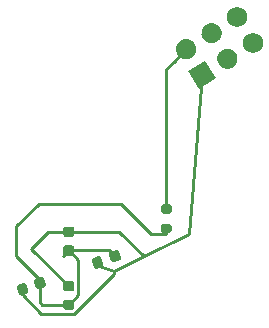
<source format=gbr>
%TF.GenerationSoftware,KiCad,Pcbnew,(5.1.10)-1*%
%TF.CreationDate,2021-10-13T15:42:42-04:00*%
%TF.ProjectId,TFTS-HTH-SAO-Scout-IS,54465453-2d48-4544-982d-53414f2d5363,rev?*%
%TF.SameCoordinates,Original*%
%TF.FileFunction,Copper,L2,Bot*%
%TF.FilePolarity,Positive*%
%FSLAX46Y46*%
G04 Gerber Fmt 4.6, Leading zero omitted, Abs format (unit mm)*
G04 Created by KiCad (PCBNEW (5.1.10)-1) date 2021-10-13 15:42:42*
%MOMM*%
%LPD*%
G01*
G04 APERTURE LIST*
%TA.AperFunction,ComponentPad*%
%ADD10C,0.100000*%
%TD*%
%TA.AperFunction,ComponentPad*%
%ADD11C,1.727200*%
%TD*%
%TA.AperFunction,Conductor*%
%ADD12C,0.250000*%
%TD*%
G04 APERTURE END LIST*
%TA.AperFunction,ComponentPad*%
D10*
%TO.P,X1,2*%
%TO.N,Net-(D1-Pad1)*%
G36*
X154235424Y-90398446D02*
G01*
X155700173Y-89483169D01*
X156615450Y-90947918D01*
X155150701Y-91863195D01*
X154235424Y-90398446D01*
G37*
%TD.AperFunction*%
%TO.P,X1,1*%
%TO.N,Net-(R1-Pad1)*%
%TA.AperFunction,ComponentPad*%
G36*
G01*
X153621804Y-87786766D02*
X153621804Y-87786766D01*
G75*
G02*
X154811816Y-88061502I457638J-732374D01*
G01*
X154811816Y-88061502D01*
G75*
G02*
X154537080Y-89251514I-732374J-457638D01*
G01*
X154537080Y-89251514D01*
G75*
G02*
X153347068Y-88976778I-457638J732374D01*
G01*
X153347068Y-88976778D01*
G75*
G02*
X153621804Y-87786766I732374J457638D01*
G01*
G37*
%TD.AperFunction*%
%TO.P,X1,4*%
%TO.N,Net-(X1-Pad4)*%
%TA.AperFunction,ComponentPad*%
G36*
G01*
X157121841Y-88594813D02*
X157121841Y-88594813D01*
G75*
G02*
X158311853Y-88869549I457638J-732374D01*
G01*
X158311853Y-88869549D01*
G75*
G02*
X158037117Y-90059561I-732374J-457638D01*
G01*
X158037117Y-90059561D01*
G75*
G02*
X156847105Y-89784825I-457638J732374D01*
G01*
X156847105Y-89784825D01*
G75*
G02*
X157121841Y-88594813I732374J457638D01*
G01*
G37*
%TD.AperFunction*%
%TO.P,X1,3*%
%TO.N,Net-(X1-Pad3)*%
%TA.AperFunction,ComponentPad*%
G36*
G01*
X155775846Y-86440771D02*
X155775846Y-86440771D01*
G75*
G02*
X156965858Y-86715507I457638J-732374D01*
G01*
X156965858Y-86715507D01*
G75*
G02*
X156691122Y-87905519I-732374J-457638D01*
G01*
X156691122Y-87905519D01*
G75*
G02*
X155501110Y-87630783I-457638J732374D01*
G01*
X155501110Y-87630783D01*
G75*
G02*
X155775846Y-86440771I732374J457638D01*
G01*
G37*
%TD.AperFunction*%
D11*
%TO.P,X1,6*%
%TO.N,Net-(X1-Pad6)*%
X159733521Y-87981192D03*
%TO.P,X1,5*%
%TO.N,Net-(X1-Pad5)*%
X158387526Y-85827150D03*
%TD*%
%TO.P,D4,2*%
%TO.N,Net-(D1-Pad2)*%
%TA.AperFunction,SMDPad,CuDef*%
G36*
G01*
X141386535Y-108706089D02*
X141211250Y-108224497D01*
G75*
G02*
X141341991Y-107944122I205558J74817D01*
G01*
X141753106Y-107794488D01*
G75*
G02*
X142033481Y-107925229I74817J-205558D01*
G01*
X142208766Y-108406821D01*
G75*
G02*
X142078025Y-108687196I-205558J-74817D01*
G01*
X141666910Y-108836830D01*
G75*
G02*
X141386535Y-108706089I-74817J205558D01*
G01*
G37*
%TD.AperFunction*%
%TO.P,D4,1*%
%TO.N,Net-(D1-Pad1)*%
%TA.AperFunction,SMDPad,CuDef*%
G36*
G01*
X139906519Y-109244771D02*
X139731234Y-108763179D01*
G75*
G02*
X139861975Y-108482804I205558J74817D01*
G01*
X140273090Y-108333170D01*
G75*
G02*
X140553465Y-108463911I74817J-205558D01*
G01*
X140728750Y-108945503D01*
G75*
G02*
X140598009Y-109225878I-205558J-74817D01*
G01*
X140186894Y-109375512D01*
G75*
G02*
X139906519Y-109244771I-74817J205558D01*
G01*
G37*
%TD.AperFunction*%
%TD*%
%TO.P,D3,2*%
%TO.N,Net-(D1-Pad2)*%
%TA.AperFunction,SMDPad,CuDef*%
G36*
G01*
X143888750Y-109722500D02*
X144401250Y-109722500D01*
G75*
G02*
X144620000Y-109941250I0J-218750D01*
G01*
X144620000Y-110378750D01*
G75*
G02*
X144401250Y-110597500I-218750J0D01*
G01*
X143888750Y-110597500D01*
G75*
G02*
X143670000Y-110378750I0J218750D01*
G01*
X143670000Y-109941250D01*
G75*
G02*
X143888750Y-109722500I218750J0D01*
G01*
G37*
%TD.AperFunction*%
%TO.P,D3,1*%
%TO.N,Net-(D1-Pad1)*%
%TA.AperFunction,SMDPad,CuDef*%
G36*
G01*
X143888750Y-108147500D02*
X144401250Y-108147500D01*
G75*
G02*
X144620000Y-108366250I0J-218750D01*
G01*
X144620000Y-108803750D01*
G75*
G02*
X144401250Y-109022500I-218750J0D01*
G01*
X143888750Y-109022500D01*
G75*
G02*
X143670000Y-108803750I0J218750D01*
G01*
X143670000Y-108366250D01*
G75*
G02*
X143888750Y-108147500I218750J0D01*
G01*
G37*
%TD.AperFunction*%
%TD*%
%TO.P,D2,2*%
%TO.N,Net-(D1-Pad2)*%
%TA.AperFunction,SMDPad,CuDef*%
G36*
G01*
X143888750Y-105125000D02*
X144401250Y-105125000D01*
G75*
G02*
X144620000Y-105343750I0J-218750D01*
G01*
X144620000Y-105781250D01*
G75*
G02*
X144401250Y-106000000I-218750J0D01*
G01*
X143888750Y-106000000D01*
G75*
G02*
X143670000Y-105781250I0J218750D01*
G01*
X143670000Y-105343750D01*
G75*
G02*
X143888750Y-105125000I218750J0D01*
G01*
G37*
%TD.AperFunction*%
%TO.P,D2,1*%
%TO.N,Net-(D1-Pad1)*%
%TA.AperFunction,SMDPad,CuDef*%
G36*
G01*
X143888750Y-103550000D02*
X144401250Y-103550000D01*
G75*
G02*
X144620000Y-103768750I0J-218750D01*
G01*
X144620000Y-104206250D01*
G75*
G02*
X144401250Y-104425000I-218750J0D01*
G01*
X143888750Y-104425000D01*
G75*
G02*
X143670000Y-104206250I0J218750D01*
G01*
X143670000Y-103768750D01*
G75*
G02*
X143888750Y-103550000I218750J0D01*
G01*
G37*
%TD.AperFunction*%
%TD*%
%TO.P,D1,2*%
%TO.N,Net-(D1-Pad2)*%
%TA.AperFunction,SMDPad,CuDef*%
G36*
G01*
X147736535Y-106435430D02*
X147561250Y-105953838D01*
G75*
G02*
X147691991Y-105673463I205558J74817D01*
G01*
X148103106Y-105523829D01*
G75*
G02*
X148383481Y-105654570I74817J-205558D01*
G01*
X148558766Y-106136162D01*
G75*
G02*
X148428025Y-106416537I-205558J-74817D01*
G01*
X148016910Y-106566171D01*
G75*
G02*
X147736535Y-106435430I-74817J205558D01*
G01*
G37*
%TD.AperFunction*%
%TO.P,D1,1*%
%TO.N,Net-(D1-Pad1)*%
%TA.AperFunction,SMDPad,CuDef*%
G36*
G01*
X146256519Y-106974112D02*
X146081234Y-106492520D01*
G75*
G02*
X146211975Y-106212145I205558J74817D01*
G01*
X146623090Y-106062511D01*
G75*
G02*
X146903465Y-106193252I74817J-205558D01*
G01*
X147078750Y-106674844D01*
G75*
G02*
X146948009Y-106955219I-205558J-74817D01*
G01*
X146536894Y-107104853D01*
G75*
G02*
X146256519Y-106974112I-74817J205558D01*
G01*
G37*
%TD.AperFunction*%
%TD*%
%TO.P,R1,1*%
%TO.N,Net-(R1-Pad1)*%
%TA.AperFunction,SMDPad,CuDef*%
G36*
G01*
X152125000Y-101645000D02*
X152675000Y-101645000D01*
G75*
G02*
X152875000Y-101845000I0J-200000D01*
G01*
X152875000Y-102245000D01*
G75*
G02*
X152675000Y-102445000I-200000J0D01*
G01*
X152125000Y-102445000D01*
G75*
G02*
X151925000Y-102245000I0J200000D01*
G01*
X151925000Y-101845000D01*
G75*
G02*
X152125000Y-101645000I200000J0D01*
G01*
G37*
%TD.AperFunction*%
%TO.P,R1,2*%
%TO.N,Net-(D1-Pad2)*%
%TA.AperFunction,SMDPad,CuDef*%
G36*
G01*
X152125000Y-103295000D02*
X152675000Y-103295000D01*
G75*
G02*
X152875000Y-103495000I0J-200000D01*
G01*
X152875000Y-103895000D01*
G75*
G02*
X152675000Y-104095000I-200000J0D01*
G01*
X152125000Y-104095000D01*
G75*
G02*
X151925000Y-103895000I0J200000D01*
G01*
X151925000Y-103495000D01*
G75*
G02*
X152125000Y-103295000I200000J0D01*
G01*
G37*
%TD.AperFunction*%
%TD*%
D12*
%TO.N,Net-(D1-Pad1)*%
X154305000Y-104140000D02*
X155425437Y-90673182D01*
X146950387Y-106954077D02*
X147955000Y-107315000D01*
X146579992Y-106583682D02*
X146950387Y-106954077D01*
%TO.N,Net-(D1-Pad2)*%
X144143590Y-105562500D02*
X144145000Y-105562500D01*
X143694991Y-106011099D02*
X144143590Y-105562500D01*
X141710008Y-108055008D02*
X141710008Y-108315659D01*
X139700000Y-106045000D02*
X141710008Y-108055008D01*
X139700000Y-103505000D02*
X139700000Y-106045000D01*
X148590000Y-101600000D02*
X141605000Y-101600000D01*
X141605000Y-101600000D02*
X139700000Y-103505000D01*
X148590000Y-101600000D02*
X151130000Y-104140000D01*
X151130000Y-104140000D02*
X152400000Y-104140000D01*
X152400000Y-104140000D02*
X152400000Y-103695000D01*
X141710008Y-108315659D02*
X141710008Y-109960008D01*
X141910000Y-110160000D02*
X144145000Y-110160000D01*
X141710008Y-109960008D02*
X141910000Y-110160000D01*
X144945010Y-106362510D02*
X144145000Y-105562500D01*
X144945010Y-109359990D02*
X144945010Y-106362510D01*
X144145000Y-110160000D02*
X144945010Y-109359990D01*
X147577508Y-105562500D02*
X148060008Y-106045000D01*
X144145000Y-105562500D02*
X147577508Y-105562500D01*
%TO.N,Net-(D1-Pad1)*%
X148437500Y-103987500D02*
X150495000Y-106045000D01*
X144145000Y-103987500D02*
X148437500Y-103987500D01*
X150495000Y-106045000D02*
X154305000Y-104140000D01*
X147955000Y-107315000D02*
X150495000Y-106045000D01*
X144626484Y-110922510D02*
X147955000Y-107593994D01*
X141792677Y-110922510D02*
X144626484Y-110922510D01*
X140229992Y-109359825D02*
X141792677Y-110922510D01*
X140229992Y-108854341D02*
X140229992Y-109359825D01*
X147955000Y-107593994D02*
X147955000Y-107315000D01*
X142392500Y-103987500D02*
X144145000Y-103987500D01*
X140970000Y-105410000D02*
X142392500Y-103987500D01*
X144145000Y-108585000D02*
X140970000Y-105410000D01*
%TO.N,Net-(R1-Pad1)*%
X154079442Y-88519140D02*
X153035000Y-89563582D01*
X152400000Y-90198582D02*
X153035000Y-89563582D01*
X152400000Y-102045000D02*
X152400000Y-90198582D01*
%TD*%
M02*

</source>
